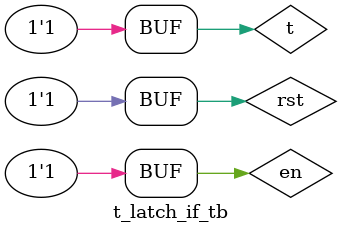
<source format=v>
module t_latch_if_tb;
	reg t,en,rst;
	wire q;
	tlatch_if t1 (.q(q),.t(t),.en(en),.rst(rst));
	initial
 	begin
	$monitor ("rst = %b\t en = %b\t t = %b\t q=%b\t",rst,en,t,q);
	{rst,en,t} = 3'b111;
	repeat (16)
	begin
		{rst,en,t}={rst,en,t}-1;
		#20;
	end
	end
endmodule
</source>
